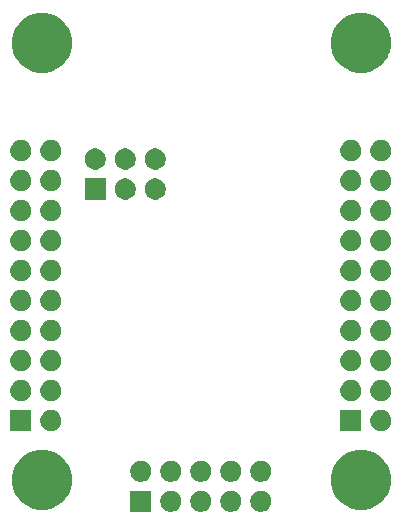
<source format=gbr>
G04 #@! TF.GenerationSoftware,KiCad,Pcbnew,(5.1.5)-3*
G04 #@! TF.CreationDate,2020-08-13T21:18:49+02:00*
G04 #@! TF.ProjectId,STM32 Dev.Board,53544d33-3220-4446-9576-2e426f617264,rev?*
G04 #@! TF.SameCoordinates,Original*
G04 #@! TF.FileFunction,Soldermask,Bot*
G04 #@! TF.FilePolarity,Negative*
%FSLAX46Y46*%
G04 Gerber Fmt 4.6, Leading zero omitted, Abs format (unit mm)*
G04 Created by KiCad (PCBNEW (5.1.5)-3) date 2020-08-13 21:18:49*
%MOMM*%
%LPD*%
G04 APERTURE LIST*
%ADD10C,0.100000*%
G04 APERTURE END LIST*
D10*
G36*
X152640512Y-131920527D02*
G01*
X152789812Y-131950224D01*
X152953784Y-132018144D01*
X153101354Y-132116747D01*
X153226853Y-132242246D01*
X153325456Y-132389816D01*
X153393376Y-132553788D01*
X153428000Y-132727859D01*
X153428000Y-132905341D01*
X153393376Y-133079412D01*
X153325456Y-133243384D01*
X153226853Y-133390954D01*
X153101354Y-133516453D01*
X152953784Y-133615056D01*
X152789812Y-133682976D01*
X152640512Y-133712673D01*
X152615742Y-133717600D01*
X152438258Y-133717600D01*
X152413488Y-133712673D01*
X152264188Y-133682976D01*
X152100216Y-133615056D01*
X151952646Y-133516453D01*
X151827147Y-133390954D01*
X151728544Y-133243384D01*
X151660624Y-133079412D01*
X151626000Y-132905341D01*
X151626000Y-132727859D01*
X151660624Y-132553788D01*
X151728544Y-132389816D01*
X151827147Y-132242246D01*
X151952646Y-132116747D01*
X152100216Y-132018144D01*
X152264188Y-131950224D01*
X152413488Y-131920527D01*
X152438258Y-131915600D01*
X152615742Y-131915600D01*
X152640512Y-131920527D01*
G37*
G36*
X150100512Y-131920527D02*
G01*
X150249812Y-131950224D01*
X150413784Y-132018144D01*
X150561354Y-132116747D01*
X150686853Y-132242246D01*
X150785456Y-132389816D01*
X150853376Y-132553788D01*
X150888000Y-132727859D01*
X150888000Y-132905341D01*
X150853376Y-133079412D01*
X150785456Y-133243384D01*
X150686853Y-133390954D01*
X150561354Y-133516453D01*
X150413784Y-133615056D01*
X150249812Y-133682976D01*
X150100512Y-133712673D01*
X150075742Y-133717600D01*
X149898258Y-133717600D01*
X149873488Y-133712673D01*
X149724188Y-133682976D01*
X149560216Y-133615056D01*
X149412646Y-133516453D01*
X149287147Y-133390954D01*
X149188544Y-133243384D01*
X149120624Y-133079412D01*
X149086000Y-132905341D01*
X149086000Y-132727859D01*
X149120624Y-132553788D01*
X149188544Y-132389816D01*
X149287147Y-132242246D01*
X149412646Y-132116747D01*
X149560216Y-132018144D01*
X149724188Y-131950224D01*
X149873488Y-131920527D01*
X149898258Y-131915600D01*
X150075742Y-131915600D01*
X150100512Y-131920527D01*
G37*
G36*
X143268000Y-133717600D02*
G01*
X141466000Y-133717600D01*
X141466000Y-131915600D01*
X143268000Y-131915600D01*
X143268000Y-133717600D01*
G37*
G36*
X147560512Y-131920527D02*
G01*
X147709812Y-131950224D01*
X147873784Y-132018144D01*
X148021354Y-132116747D01*
X148146853Y-132242246D01*
X148245456Y-132389816D01*
X148313376Y-132553788D01*
X148348000Y-132727859D01*
X148348000Y-132905341D01*
X148313376Y-133079412D01*
X148245456Y-133243384D01*
X148146853Y-133390954D01*
X148021354Y-133516453D01*
X147873784Y-133615056D01*
X147709812Y-133682976D01*
X147560512Y-133712673D01*
X147535742Y-133717600D01*
X147358258Y-133717600D01*
X147333488Y-133712673D01*
X147184188Y-133682976D01*
X147020216Y-133615056D01*
X146872646Y-133516453D01*
X146747147Y-133390954D01*
X146648544Y-133243384D01*
X146580624Y-133079412D01*
X146546000Y-132905341D01*
X146546000Y-132727859D01*
X146580624Y-132553788D01*
X146648544Y-132389816D01*
X146747147Y-132242246D01*
X146872646Y-132116747D01*
X147020216Y-132018144D01*
X147184188Y-131950224D01*
X147333488Y-131920527D01*
X147358258Y-131915600D01*
X147535742Y-131915600D01*
X147560512Y-131920527D01*
G37*
G36*
X145020512Y-131920527D02*
G01*
X145169812Y-131950224D01*
X145333784Y-132018144D01*
X145481354Y-132116747D01*
X145606853Y-132242246D01*
X145705456Y-132389816D01*
X145773376Y-132553788D01*
X145808000Y-132727859D01*
X145808000Y-132905341D01*
X145773376Y-133079412D01*
X145705456Y-133243384D01*
X145606853Y-133390954D01*
X145481354Y-133516453D01*
X145333784Y-133615056D01*
X145169812Y-133682976D01*
X145020512Y-133712673D01*
X144995742Y-133717600D01*
X144818258Y-133717600D01*
X144793488Y-133712673D01*
X144644188Y-133682976D01*
X144480216Y-133615056D01*
X144332646Y-133516453D01*
X144207147Y-133390954D01*
X144108544Y-133243384D01*
X144040624Y-133079412D01*
X144006000Y-132905341D01*
X144006000Y-132727859D01*
X144040624Y-132553788D01*
X144108544Y-132389816D01*
X144207147Y-132242246D01*
X144332646Y-132116747D01*
X144480216Y-132018144D01*
X144644188Y-131950224D01*
X144793488Y-131920527D01*
X144818258Y-131915600D01*
X144995742Y-131915600D01*
X145020512Y-131920527D01*
G37*
G36*
X134744098Y-128547033D02*
G01*
X135208350Y-128739332D01*
X135208352Y-128739333D01*
X135626168Y-129018509D01*
X135981491Y-129373832D01*
X136117075Y-129576748D01*
X136260668Y-129791650D01*
X136452967Y-130255902D01*
X136551000Y-130748747D01*
X136551000Y-131251253D01*
X136452967Y-131744098D01*
X136266499Y-132194273D01*
X136260667Y-132208352D01*
X135981491Y-132626168D01*
X135626168Y-132981491D01*
X135208352Y-133260667D01*
X135208351Y-133260668D01*
X135208350Y-133260668D01*
X134744098Y-133452967D01*
X134251253Y-133551000D01*
X133748747Y-133551000D01*
X133255902Y-133452967D01*
X132791650Y-133260668D01*
X132791649Y-133260668D01*
X132791648Y-133260667D01*
X132373832Y-132981491D01*
X132018509Y-132626168D01*
X131739333Y-132208352D01*
X131733501Y-132194273D01*
X131547033Y-131744098D01*
X131449000Y-131251253D01*
X131449000Y-130748747D01*
X131547033Y-130255902D01*
X131739332Y-129791650D01*
X131882925Y-129576748D01*
X132018509Y-129373832D01*
X132373832Y-129018509D01*
X132791648Y-128739333D01*
X132791650Y-128739332D01*
X133255902Y-128547033D01*
X133748747Y-128449000D01*
X134251253Y-128449000D01*
X134744098Y-128547033D01*
G37*
G36*
X161744098Y-128547033D02*
G01*
X162208350Y-128739332D01*
X162208352Y-128739333D01*
X162626168Y-129018509D01*
X162981491Y-129373832D01*
X163117075Y-129576748D01*
X163260668Y-129791650D01*
X163452967Y-130255902D01*
X163551000Y-130748747D01*
X163551000Y-131251253D01*
X163452967Y-131744098D01*
X163266499Y-132194273D01*
X163260667Y-132208352D01*
X162981491Y-132626168D01*
X162626168Y-132981491D01*
X162208352Y-133260667D01*
X162208351Y-133260668D01*
X162208350Y-133260668D01*
X161744098Y-133452967D01*
X161251253Y-133551000D01*
X160748747Y-133551000D01*
X160255902Y-133452967D01*
X159791650Y-133260668D01*
X159791649Y-133260668D01*
X159791648Y-133260667D01*
X159373832Y-132981491D01*
X159018509Y-132626168D01*
X158739333Y-132208352D01*
X158733501Y-132194273D01*
X158547033Y-131744098D01*
X158449000Y-131251253D01*
X158449000Y-130748747D01*
X158547033Y-130255902D01*
X158739332Y-129791650D01*
X158882925Y-129576748D01*
X159018509Y-129373832D01*
X159373832Y-129018509D01*
X159791648Y-128739333D01*
X159791650Y-128739332D01*
X160255902Y-128547033D01*
X160748747Y-128449000D01*
X161251253Y-128449000D01*
X161744098Y-128547033D01*
G37*
G36*
X150100512Y-129380527D02*
G01*
X150249812Y-129410224D01*
X150413784Y-129478144D01*
X150561354Y-129576747D01*
X150686853Y-129702246D01*
X150785456Y-129849816D01*
X150853376Y-130013788D01*
X150888000Y-130187859D01*
X150888000Y-130365341D01*
X150853376Y-130539412D01*
X150785456Y-130703384D01*
X150686853Y-130850954D01*
X150561354Y-130976453D01*
X150413784Y-131075056D01*
X150249812Y-131142976D01*
X150100512Y-131172673D01*
X150075742Y-131177600D01*
X149898258Y-131177600D01*
X149873488Y-131172673D01*
X149724188Y-131142976D01*
X149560216Y-131075056D01*
X149412646Y-130976453D01*
X149287147Y-130850954D01*
X149188544Y-130703384D01*
X149120624Y-130539412D01*
X149086000Y-130365341D01*
X149086000Y-130187859D01*
X149120624Y-130013788D01*
X149188544Y-129849816D01*
X149287147Y-129702246D01*
X149412646Y-129576747D01*
X149560216Y-129478144D01*
X149724188Y-129410224D01*
X149873488Y-129380527D01*
X149898258Y-129375600D01*
X150075742Y-129375600D01*
X150100512Y-129380527D01*
G37*
G36*
X147560512Y-129380527D02*
G01*
X147709812Y-129410224D01*
X147873784Y-129478144D01*
X148021354Y-129576747D01*
X148146853Y-129702246D01*
X148245456Y-129849816D01*
X148313376Y-130013788D01*
X148348000Y-130187859D01*
X148348000Y-130365341D01*
X148313376Y-130539412D01*
X148245456Y-130703384D01*
X148146853Y-130850954D01*
X148021354Y-130976453D01*
X147873784Y-131075056D01*
X147709812Y-131142976D01*
X147560512Y-131172673D01*
X147535742Y-131177600D01*
X147358258Y-131177600D01*
X147333488Y-131172673D01*
X147184188Y-131142976D01*
X147020216Y-131075056D01*
X146872646Y-130976453D01*
X146747147Y-130850954D01*
X146648544Y-130703384D01*
X146580624Y-130539412D01*
X146546000Y-130365341D01*
X146546000Y-130187859D01*
X146580624Y-130013788D01*
X146648544Y-129849816D01*
X146747147Y-129702246D01*
X146872646Y-129576747D01*
X147020216Y-129478144D01*
X147184188Y-129410224D01*
X147333488Y-129380527D01*
X147358258Y-129375600D01*
X147535742Y-129375600D01*
X147560512Y-129380527D01*
G37*
G36*
X142480512Y-129380527D02*
G01*
X142629812Y-129410224D01*
X142793784Y-129478144D01*
X142941354Y-129576747D01*
X143066853Y-129702246D01*
X143165456Y-129849816D01*
X143233376Y-130013788D01*
X143268000Y-130187859D01*
X143268000Y-130365341D01*
X143233376Y-130539412D01*
X143165456Y-130703384D01*
X143066853Y-130850954D01*
X142941354Y-130976453D01*
X142793784Y-131075056D01*
X142629812Y-131142976D01*
X142480512Y-131172673D01*
X142455742Y-131177600D01*
X142278258Y-131177600D01*
X142253488Y-131172673D01*
X142104188Y-131142976D01*
X141940216Y-131075056D01*
X141792646Y-130976453D01*
X141667147Y-130850954D01*
X141568544Y-130703384D01*
X141500624Y-130539412D01*
X141466000Y-130365341D01*
X141466000Y-130187859D01*
X141500624Y-130013788D01*
X141568544Y-129849816D01*
X141667147Y-129702246D01*
X141792646Y-129576747D01*
X141940216Y-129478144D01*
X142104188Y-129410224D01*
X142253488Y-129380527D01*
X142278258Y-129375600D01*
X142455742Y-129375600D01*
X142480512Y-129380527D01*
G37*
G36*
X145020512Y-129380527D02*
G01*
X145169812Y-129410224D01*
X145333784Y-129478144D01*
X145481354Y-129576747D01*
X145606853Y-129702246D01*
X145705456Y-129849816D01*
X145773376Y-130013788D01*
X145808000Y-130187859D01*
X145808000Y-130365341D01*
X145773376Y-130539412D01*
X145705456Y-130703384D01*
X145606853Y-130850954D01*
X145481354Y-130976453D01*
X145333784Y-131075056D01*
X145169812Y-131142976D01*
X145020512Y-131172673D01*
X144995742Y-131177600D01*
X144818258Y-131177600D01*
X144793488Y-131172673D01*
X144644188Y-131142976D01*
X144480216Y-131075056D01*
X144332646Y-130976453D01*
X144207147Y-130850954D01*
X144108544Y-130703384D01*
X144040624Y-130539412D01*
X144006000Y-130365341D01*
X144006000Y-130187859D01*
X144040624Y-130013788D01*
X144108544Y-129849816D01*
X144207147Y-129702246D01*
X144332646Y-129576747D01*
X144480216Y-129478144D01*
X144644188Y-129410224D01*
X144793488Y-129380527D01*
X144818258Y-129375600D01*
X144995742Y-129375600D01*
X145020512Y-129380527D01*
G37*
G36*
X152640512Y-129380527D02*
G01*
X152789812Y-129410224D01*
X152953784Y-129478144D01*
X153101354Y-129576747D01*
X153226853Y-129702246D01*
X153325456Y-129849816D01*
X153393376Y-130013788D01*
X153428000Y-130187859D01*
X153428000Y-130365341D01*
X153393376Y-130539412D01*
X153325456Y-130703384D01*
X153226853Y-130850954D01*
X153101354Y-130976453D01*
X152953784Y-131075056D01*
X152789812Y-131142976D01*
X152640512Y-131172673D01*
X152615742Y-131177600D01*
X152438258Y-131177600D01*
X152413488Y-131172673D01*
X152264188Y-131142976D01*
X152100216Y-131075056D01*
X151952646Y-130976453D01*
X151827147Y-130850954D01*
X151728544Y-130703384D01*
X151660624Y-130539412D01*
X151626000Y-130365341D01*
X151626000Y-130187859D01*
X151660624Y-130013788D01*
X151728544Y-129849816D01*
X151827147Y-129702246D01*
X151952646Y-129576747D01*
X152100216Y-129478144D01*
X152264188Y-129410224D01*
X152413488Y-129380527D01*
X152438258Y-129375600D01*
X152615742Y-129375600D01*
X152640512Y-129380527D01*
G37*
G36*
X162800512Y-125087927D02*
G01*
X162949812Y-125117624D01*
X163113784Y-125185544D01*
X163261354Y-125284147D01*
X163386853Y-125409646D01*
X163485456Y-125557216D01*
X163553376Y-125721188D01*
X163588000Y-125895259D01*
X163588000Y-126072741D01*
X163553376Y-126246812D01*
X163485456Y-126410784D01*
X163386853Y-126558354D01*
X163261354Y-126683853D01*
X163113784Y-126782456D01*
X162949812Y-126850376D01*
X162800512Y-126880073D01*
X162775742Y-126885000D01*
X162598258Y-126885000D01*
X162573488Y-126880073D01*
X162424188Y-126850376D01*
X162260216Y-126782456D01*
X162112646Y-126683853D01*
X161987147Y-126558354D01*
X161888544Y-126410784D01*
X161820624Y-126246812D01*
X161786000Y-126072741D01*
X161786000Y-125895259D01*
X161820624Y-125721188D01*
X161888544Y-125557216D01*
X161987147Y-125409646D01*
X162112646Y-125284147D01*
X162260216Y-125185544D01*
X162424188Y-125117624D01*
X162573488Y-125087927D01*
X162598258Y-125083000D01*
X162775742Y-125083000D01*
X162800512Y-125087927D01*
G37*
G36*
X134860512Y-125087927D02*
G01*
X135009812Y-125117624D01*
X135173784Y-125185544D01*
X135321354Y-125284147D01*
X135446853Y-125409646D01*
X135545456Y-125557216D01*
X135613376Y-125721188D01*
X135648000Y-125895259D01*
X135648000Y-126072741D01*
X135613376Y-126246812D01*
X135545456Y-126410784D01*
X135446853Y-126558354D01*
X135321354Y-126683853D01*
X135173784Y-126782456D01*
X135009812Y-126850376D01*
X134860512Y-126880073D01*
X134835742Y-126885000D01*
X134658258Y-126885000D01*
X134633488Y-126880073D01*
X134484188Y-126850376D01*
X134320216Y-126782456D01*
X134172646Y-126683853D01*
X134047147Y-126558354D01*
X133948544Y-126410784D01*
X133880624Y-126246812D01*
X133846000Y-126072741D01*
X133846000Y-125895259D01*
X133880624Y-125721188D01*
X133948544Y-125557216D01*
X134047147Y-125409646D01*
X134172646Y-125284147D01*
X134320216Y-125185544D01*
X134484188Y-125117624D01*
X134633488Y-125087927D01*
X134658258Y-125083000D01*
X134835742Y-125083000D01*
X134860512Y-125087927D01*
G37*
G36*
X133108000Y-126885000D02*
G01*
X131306000Y-126885000D01*
X131306000Y-125083000D01*
X133108000Y-125083000D01*
X133108000Y-126885000D01*
G37*
G36*
X161048000Y-126885000D02*
G01*
X159246000Y-126885000D01*
X159246000Y-125083000D01*
X161048000Y-125083000D01*
X161048000Y-126885000D01*
G37*
G36*
X132320512Y-122547927D02*
G01*
X132469812Y-122577624D01*
X132633784Y-122645544D01*
X132781354Y-122744147D01*
X132906853Y-122869646D01*
X133005456Y-123017216D01*
X133073376Y-123181188D01*
X133108000Y-123355259D01*
X133108000Y-123532741D01*
X133073376Y-123706812D01*
X133005456Y-123870784D01*
X132906853Y-124018354D01*
X132781354Y-124143853D01*
X132633784Y-124242456D01*
X132469812Y-124310376D01*
X132320512Y-124340073D01*
X132295742Y-124345000D01*
X132118258Y-124345000D01*
X132093488Y-124340073D01*
X131944188Y-124310376D01*
X131780216Y-124242456D01*
X131632646Y-124143853D01*
X131507147Y-124018354D01*
X131408544Y-123870784D01*
X131340624Y-123706812D01*
X131306000Y-123532741D01*
X131306000Y-123355259D01*
X131340624Y-123181188D01*
X131408544Y-123017216D01*
X131507147Y-122869646D01*
X131632646Y-122744147D01*
X131780216Y-122645544D01*
X131944188Y-122577624D01*
X132093488Y-122547927D01*
X132118258Y-122543000D01*
X132295742Y-122543000D01*
X132320512Y-122547927D01*
G37*
G36*
X162800512Y-122547927D02*
G01*
X162949812Y-122577624D01*
X163113784Y-122645544D01*
X163261354Y-122744147D01*
X163386853Y-122869646D01*
X163485456Y-123017216D01*
X163553376Y-123181188D01*
X163588000Y-123355259D01*
X163588000Y-123532741D01*
X163553376Y-123706812D01*
X163485456Y-123870784D01*
X163386853Y-124018354D01*
X163261354Y-124143853D01*
X163113784Y-124242456D01*
X162949812Y-124310376D01*
X162800512Y-124340073D01*
X162775742Y-124345000D01*
X162598258Y-124345000D01*
X162573488Y-124340073D01*
X162424188Y-124310376D01*
X162260216Y-124242456D01*
X162112646Y-124143853D01*
X161987147Y-124018354D01*
X161888544Y-123870784D01*
X161820624Y-123706812D01*
X161786000Y-123532741D01*
X161786000Y-123355259D01*
X161820624Y-123181188D01*
X161888544Y-123017216D01*
X161987147Y-122869646D01*
X162112646Y-122744147D01*
X162260216Y-122645544D01*
X162424188Y-122577624D01*
X162573488Y-122547927D01*
X162598258Y-122543000D01*
X162775742Y-122543000D01*
X162800512Y-122547927D01*
G37*
G36*
X160260512Y-122547927D02*
G01*
X160409812Y-122577624D01*
X160573784Y-122645544D01*
X160721354Y-122744147D01*
X160846853Y-122869646D01*
X160945456Y-123017216D01*
X161013376Y-123181188D01*
X161048000Y-123355259D01*
X161048000Y-123532741D01*
X161013376Y-123706812D01*
X160945456Y-123870784D01*
X160846853Y-124018354D01*
X160721354Y-124143853D01*
X160573784Y-124242456D01*
X160409812Y-124310376D01*
X160260512Y-124340073D01*
X160235742Y-124345000D01*
X160058258Y-124345000D01*
X160033488Y-124340073D01*
X159884188Y-124310376D01*
X159720216Y-124242456D01*
X159572646Y-124143853D01*
X159447147Y-124018354D01*
X159348544Y-123870784D01*
X159280624Y-123706812D01*
X159246000Y-123532741D01*
X159246000Y-123355259D01*
X159280624Y-123181188D01*
X159348544Y-123017216D01*
X159447147Y-122869646D01*
X159572646Y-122744147D01*
X159720216Y-122645544D01*
X159884188Y-122577624D01*
X160033488Y-122547927D01*
X160058258Y-122543000D01*
X160235742Y-122543000D01*
X160260512Y-122547927D01*
G37*
G36*
X134860512Y-122547927D02*
G01*
X135009812Y-122577624D01*
X135173784Y-122645544D01*
X135321354Y-122744147D01*
X135446853Y-122869646D01*
X135545456Y-123017216D01*
X135613376Y-123181188D01*
X135648000Y-123355259D01*
X135648000Y-123532741D01*
X135613376Y-123706812D01*
X135545456Y-123870784D01*
X135446853Y-124018354D01*
X135321354Y-124143853D01*
X135173784Y-124242456D01*
X135009812Y-124310376D01*
X134860512Y-124340073D01*
X134835742Y-124345000D01*
X134658258Y-124345000D01*
X134633488Y-124340073D01*
X134484188Y-124310376D01*
X134320216Y-124242456D01*
X134172646Y-124143853D01*
X134047147Y-124018354D01*
X133948544Y-123870784D01*
X133880624Y-123706812D01*
X133846000Y-123532741D01*
X133846000Y-123355259D01*
X133880624Y-123181188D01*
X133948544Y-123017216D01*
X134047147Y-122869646D01*
X134172646Y-122744147D01*
X134320216Y-122645544D01*
X134484188Y-122577624D01*
X134633488Y-122547927D01*
X134658258Y-122543000D01*
X134835742Y-122543000D01*
X134860512Y-122547927D01*
G37*
G36*
X162800512Y-120007927D02*
G01*
X162949812Y-120037624D01*
X163113784Y-120105544D01*
X163261354Y-120204147D01*
X163386853Y-120329646D01*
X163485456Y-120477216D01*
X163553376Y-120641188D01*
X163588000Y-120815259D01*
X163588000Y-120992741D01*
X163553376Y-121166812D01*
X163485456Y-121330784D01*
X163386853Y-121478354D01*
X163261354Y-121603853D01*
X163113784Y-121702456D01*
X162949812Y-121770376D01*
X162800512Y-121800073D01*
X162775742Y-121805000D01*
X162598258Y-121805000D01*
X162573488Y-121800073D01*
X162424188Y-121770376D01*
X162260216Y-121702456D01*
X162112646Y-121603853D01*
X161987147Y-121478354D01*
X161888544Y-121330784D01*
X161820624Y-121166812D01*
X161786000Y-120992741D01*
X161786000Y-120815259D01*
X161820624Y-120641188D01*
X161888544Y-120477216D01*
X161987147Y-120329646D01*
X162112646Y-120204147D01*
X162260216Y-120105544D01*
X162424188Y-120037624D01*
X162573488Y-120007927D01*
X162598258Y-120003000D01*
X162775742Y-120003000D01*
X162800512Y-120007927D01*
G37*
G36*
X160260512Y-120007927D02*
G01*
X160409812Y-120037624D01*
X160573784Y-120105544D01*
X160721354Y-120204147D01*
X160846853Y-120329646D01*
X160945456Y-120477216D01*
X161013376Y-120641188D01*
X161048000Y-120815259D01*
X161048000Y-120992741D01*
X161013376Y-121166812D01*
X160945456Y-121330784D01*
X160846853Y-121478354D01*
X160721354Y-121603853D01*
X160573784Y-121702456D01*
X160409812Y-121770376D01*
X160260512Y-121800073D01*
X160235742Y-121805000D01*
X160058258Y-121805000D01*
X160033488Y-121800073D01*
X159884188Y-121770376D01*
X159720216Y-121702456D01*
X159572646Y-121603853D01*
X159447147Y-121478354D01*
X159348544Y-121330784D01*
X159280624Y-121166812D01*
X159246000Y-120992741D01*
X159246000Y-120815259D01*
X159280624Y-120641188D01*
X159348544Y-120477216D01*
X159447147Y-120329646D01*
X159572646Y-120204147D01*
X159720216Y-120105544D01*
X159884188Y-120037624D01*
X160033488Y-120007927D01*
X160058258Y-120003000D01*
X160235742Y-120003000D01*
X160260512Y-120007927D01*
G37*
G36*
X132320512Y-120007927D02*
G01*
X132469812Y-120037624D01*
X132633784Y-120105544D01*
X132781354Y-120204147D01*
X132906853Y-120329646D01*
X133005456Y-120477216D01*
X133073376Y-120641188D01*
X133108000Y-120815259D01*
X133108000Y-120992741D01*
X133073376Y-121166812D01*
X133005456Y-121330784D01*
X132906853Y-121478354D01*
X132781354Y-121603853D01*
X132633784Y-121702456D01*
X132469812Y-121770376D01*
X132320512Y-121800073D01*
X132295742Y-121805000D01*
X132118258Y-121805000D01*
X132093488Y-121800073D01*
X131944188Y-121770376D01*
X131780216Y-121702456D01*
X131632646Y-121603853D01*
X131507147Y-121478354D01*
X131408544Y-121330784D01*
X131340624Y-121166812D01*
X131306000Y-120992741D01*
X131306000Y-120815259D01*
X131340624Y-120641188D01*
X131408544Y-120477216D01*
X131507147Y-120329646D01*
X131632646Y-120204147D01*
X131780216Y-120105544D01*
X131944188Y-120037624D01*
X132093488Y-120007927D01*
X132118258Y-120003000D01*
X132295742Y-120003000D01*
X132320512Y-120007927D01*
G37*
G36*
X134860512Y-120007927D02*
G01*
X135009812Y-120037624D01*
X135173784Y-120105544D01*
X135321354Y-120204147D01*
X135446853Y-120329646D01*
X135545456Y-120477216D01*
X135613376Y-120641188D01*
X135648000Y-120815259D01*
X135648000Y-120992741D01*
X135613376Y-121166812D01*
X135545456Y-121330784D01*
X135446853Y-121478354D01*
X135321354Y-121603853D01*
X135173784Y-121702456D01*
X135009812Y-121770376D01*
X134860512Y-121800073D01*
X134835742Y-121805000D01*
X134658258Y-121805000D01*
X134633488Y-121800073D01*
X134484188Y-121770376D01*
X134320216Y-121702456D01*
X134172646Y-121603853D01*
X134047147Y-121478354D01*
X133948544Y-121330784D01*
X133880624Y-121166812D01*
X133846000Y-120992741D01*
X133846000Y-120815259D01*
X133880624Y-120641188D01*
X133948544Y-120477216D01*
X134047147Y-120329646D01*
X134172646Y-120204147D01*
X134320216Y-120105544D01*
X134484188Y-120037624D01*
X134633488Y-120007927D01*
X134658258Y-120003000D01*
X134835742Y-120003000D01*
X134860512Y-120007927D01*
G37*
G36*
X132320512Y-117467927D02*
G01*
X132469812Y-117497624D01*
X132633784Y-117565544D01*
X132781354Y-117664147D01*
X132906853Y-117789646D01*
X133005456Y-117937216D01*
X133073376Y-118101188D01*
X133108000Y-118275259D01*
X133108000Y-118452741D01*
X133073376Y-118626812D01*
X133005456Y-118790784D01*
X132906853Y-118938354D01*
X132781354Y-119063853D01*
X132633784Y-119162456D01*
X132469812Y-119230376D01*
X132320512Y-119260073D01*
X132295742Y-119265000D01*
X132118258Y-119265000D01*
X132093488Y-119260073D01*
X131944188Y-119230376D01*
X131780216Y-119162456D01*
X131632646Y-119063853D01*
X131507147Y-118938354D01*
X131408544Y-118790784D01*
X131340624Y-118626812D01*
X131306000Y-118452741D01*
X131306000Y-118275259D01*
X131340624Y-118101188D01*
X131408544Y-117937216D01*
X131507147Y-117789646D01*
X131632646Y-117664147D01*
X131780216Y-117565544D01*
X131944188Y-117497624D01*
X132093488Y-117467927D01*
X132118258Y-117463000D01*
X132295742Y-117463000D01*
X132320512Y-117467927D01*
G37*
G36*
X134860512Y-117467927D02*
G01*
X135009812Y-117497624D01*
X135173784Y-117565544D01*
X135321354Y-117664147D01*
X135446853Y-117789646D01*
X135545456Y-117937216D01*
X135613376Y-118101188D01*
X135648000Y-118275259D01*
X135648000Y-118452741D01*
X135613376Y-118626812D01*
X135545456Y-118790784D01*
X135446853Y-118938354D01*
X135321354Y-119063853D01*
X135173784Y-119162456D01*
X135009812Y-119230376D01*
X134860512Y-119260073D01*
X134835742Y-119265000D01*
X134658258Y-119265000D01*
X134633488Y-119260073D01*
X134484188Y-119230376D01*
X134320216Y-119162456D01*
X134172646Y-119063853D01*
X134047147Y-118938354D01*
X133948544Y-118790784D01*
X133880624Y-118626812D01*
X133846000Y-118452741D01*
X133846000Y-118275259D01*
X133880624Y-118101188D01*
X133948544Y-117937216D01*
X134047147Y-117789646D01*
X134172646Y-117664147D01*
X134320216Y-117565544D01*
X134484188Y-117497624D01*
X134633488Y-117467927D01*
X134658258Y-117463000D01*
X134835742Y-117463000D01*
X134860512Y-117467927D01*
G37*
G36*
X160260512Y-117467927D02*
G01*
X160409812Y-117497624D01*
X160573784Y-117565544D01*
X160721354Y-117664147D01*
X160846853Y-117789646D01*
X160945456Y-117937216D01*
X161013376Y-118101188D01*
X161048000Y-118275259D01*
X161048000Y-118452741D01*
X161013376Y-118626812D01*
X160945456Y-118790784D01*
X160846853Y-118938354D01*
X160721354Y-119063853D01*
X160573784Y-119162456D01*
X160409812Y-119230376D01*
X160260512Y-119260073D01*
X160235742Y-119265000D01*
X160058258Y-119265000D01*
X160033488Y-119260073D01*
X159884188Y-119230376D01*
X159720216Y-119162456D01*
X159572646Y-119063853D01*
X159447147Y-118938354D01*
X159348544Y-118790784D01*
X159280624Y-118626812D01*
X159246000Y-118452741D01*
X159246000Y-118275259D01*
X159280624Y-118101188D01*
X159348544Y-117937216D01*
X159447147Y-117789646D01*
X159572646Y-117664147D01*
X159720216Y-117565544D01*
X159884188Y-117497624D01*
X160033488Y-117467927D01*
X160058258Y-117463000D01*
X160235742Y-117463000D01*
X160260512Y-117467927D01*
G37*
G36*
X162800512Y-117467927D02*
G01*
X162949812Y-117497624D01*
X163113784Y-117565544D01*
X163261354Y-117664147D01*
X163386853Y-117789646D01*
X163485456Y-117937216D01*
X163553376Y-118101188D01*
X163588000Y-118275259D01*
X163588000Y-118452741D01*
X163553376Y-118626812D01*
X163485456Y-118790784D01*
X163386853Y-118938354D01*
X163261354Y-119063853D01*
X163113784Y-119162456D01*
X162949812Y-119230376D01*
X162800512Y-119260073D01*
X162775742Y-119265000D01*
X162598258Y-119265000D01*
X162573488Y-119260073D01*
X162424188Y-119230376D01*
X162260216Y-119162456D01*
X162112646Y-119063853D01*
X161987147Y-118938354D01*
X161888544Y-118790784D01*
X161820624Y-118626812D01*
X161786000Y-118452741D01*
X161786000Y-118275259D01*
X161820624Y-118101188D01*
X161888544Y-117937216D01*
X161987147Y-117789646D01*
X162112646Y-117664147D01*
X162260216Y-117565544D01*
X162424188Y-117497624D01*
X162573488Y-117467927D01*
X162598258Y-117463000D01*
X162775742Y-117463000D01*
X162800512Y-117467927D01*
G37*
G36*
X160260512Y-114927927D02*
G01*
X160409812Y-114957624D01*
X160573784Y-115025544D01*
X160721354Y-115124147D01*
X160846853Y-115249646D01*
X160945456Y-115397216D01*
X161013376Y-115561188D01*
X161048000Y-115735259D01*
X161048000Y-115912741D01*
X161013376Y-116086812D01*
X160945456Y-116250784D01*
X160846853Y-116398354D01*
X160721354Y-116523853D01*
X160573784Y-116622456D01*
X160409812Y-116690376D01*
X160260512Y-116720073D01*
X160235742Y-116725000D01*
X160058258Y-116725000D01*
X160033488Y-116720073D01*
X159884188Y-116690376D01*
X159720216Y-116622456D01*
X159572646Y-116523853D01*
X159447147Y-116398354D01*
X159348544Y-116250784D01*
X159280624Y-116086812D01*
X159246000Y-115912741D01*
X159246000Y-115735259D01*
X159280624Y-115561188D01*
X159348544Y-115397216D01*
X159447147Y-115249646D01*
X159572646Y-115124147D01*
X159720216Y-115025544D01*
X159884188Y-114957624D01*
X160033488Y-114927927D01*
X160058258Y-114923000D01*
X160235742Y-114923000D01*
X160260512Y-114927927D01*
G37*
G36*
X162800512Y-114927927D02*
G01*
X162949812Y-114957624D01*
X163113784Y-115025544D01*
X163261354Y-115124147D01*
X163386853Y-115249646D01*
X163485456Y-115397216D01*
X163553376Y-115561188D01*
X163588000Y-115735259D01*
X163588000Y-115912741D01*
X163553376Y-116086812D01*
X163485456Y-116250784D01*
X163386853Y-116398354D01*
X163261354Y-116523853D01*
X163113784Y-116622456D01*
X162949812Y-116690376D01*
X162800512Y-116720073D01*
X162775742Y-116725000D01*
X162598258Y-116725000D01*
X162573488Y-116720073D01*
X162424188Y-116690376D01*
X162260216Y-116622456D01*
X162112646Y-116523853D01*
X161987147Y-116398354D01*
X161888544Y-116250784D01*
X161820624Y-116086812D01*
X161786000Y-115912741D01*
X161786000Y-115735259D01*
X161820624Y-115561188D01*
X161888544Y-115397216D01*
X161987147Y-115249646D01*
X162112646Y-115124147D01*
X162260216Y-115025544D01*
X162424188Y-114957624D01*
X162573488Y-114927927D01*
X162598258Y-114923000D01*
X162775742Y-114923000D01*
X162800512Y-114927927D01*
G37*
G36*
X132320512Y-114927927D02*
G01*
X132469812Y-114957624D01*
X132633784Y-115025544D01*
X132781354Y-115124147D01*
X132906853Y-115249646D01*
X133005456Y-115397216D01*
X133073376Y-115561188D01*
X133108000Y-115735259D01*
X133108000Y-115912741D01*
X133073376Y-116086812D01*
X133005456Y-116250784D01*
X132906853Y-116398354D01*
X132781354Y-116523853D01*
X132633784Y-116622456D01*
X132469812Y-116690376D01*
X132320512Y-116720073D01*
X132295742Y-116725000D01*
X132118258Y-116725000D01*
X132093488Y-116720073D01*
X131944188Y-116690376D01*
X131780216Y-116622456D01*
X131632646Y-116523853D01*
X131507147Y-116398354D01*
X131408544Y-116250784D01*
X131340624Y-116086812D01*
X131306000Y-115912741D01*
X131306000Y-115735259D01*
X131340624Y-115561188D01*
X131408544Y-115397216D01*
X131507147Y-115249646D01*
X131632646Y-115124147D01*
X131780216Y-115025544D01*
X131944188Y-114957624D01*
X132093488Y-114927927D01*
X132118258Y-114923000D01*
X132295742Y-114923000D01*
X132320512Y-114927927D01*
G37*
G36*
X134860512Y-114927927D02*
G01*
X135009812Y-114957624D01*
X135173784Y-115025544D01*
X135321354Y-115124147D01*
X135446853Y-115249646D01*
X135545456Y-115397216D01*
X135613376Y-115561188D01*
X135648000Y-115735259D01*
X135648000Y-115912741D01*
X135613376Y-116086812D01*
X135545456Y-116250784D01*
X135446853Y-116398354D01*
X135321354Y-116523853D01*
X135173784Y-116622456D01*
X135009812Y-116690376D01*
X134860512Y-116720073D01*
X134835742Y-116725000D01*
X134658258Y-116725000D01*
X134633488Y-116720073D01*
X134484188Y-116690376D01*
X134320216Y-116622456D01*
X134172646Y-116523853D01*
X134047147Y-116398354D01*
X133948544Y-116250784D01*
X133880624Y-116086812D01*
X133846000Y-115912741D01*
X133846000Y-115735259D01*
X133880624Y-115561188D01*
X133948544Y-115397216D01*
X134047147Y-115249646D01*
X134172646Y-115124147D01*
X134320216Y-115025544D01*
X134484188Y-114957624D01*
X134633488Y-114927927D01*
X134658258Y-114923000D01*
X134835742Y-114923000D01*
X134860512Y-114927927D01*
G37*
G36*
X160260512Y-112387927D02*
G01*
X160409812Y-112417624D01*
X160573784Y-112485544D01*
X160721354Y-112584147D01*
X160846853Y-112709646D01*
X160945456Y-112857216D01*
X161013376Y-113021188D01*
X161048000Y-113195259D01*
X161048000Y-113372741D01*
X161013376Y-113546812D01*
X160945456Y-113710784D01*
X160846853Y-113858354D01*
X160721354Y-113983853D01*
X160573784Y-114082456D01*
X160409812Y-114150376D01*
X160260512Y-114180073D01*
X160235742Y-114185000D01*
X160058258Y-114185000D01*
X160033488Y-114180073D01*
X159884188Y-114150376D01*
X159720216Y-114082456D01*
X159572646Y-113983853D01*
X159447147Y-113858354D01*
X159348544Y-113710784D01*
X159280624Y-113546812D01*
X159246000Y-113372741D01*
X159246000Y-113195259D01*
X159280624Y-113021188D01*
X159348544Y-112857216D01*
X159447147Y-112709646D01*
X159572646Y-112584147D01*
X159720216Y-112485544D01*
X159884188Y-112417624D01*
X160033488Y-112387927D01*
X160058258Y-112383000D01*
X160235742Y-112383000D01*
X160260512Y-112387927D01*
G37*
G36*
X132320512Y-112387927D02*
G01*
X132469812Y-112417624D01*
X132633784Y-112485544D01*
X132781354Y-112584147D01*
X132906853Y-112709646D01*
X133005456Y-112857216D01*
X133073376Y-113021188D01*
X133108000Y-113195259D01*
X133108000Y-113372741D01*
X133073376Y-113546812D01*
X133005456Y-113710784D01*
X132906853Y-113858354D01*
X132781354Y-113983853D01*
X132633784Y-114082456D01*
X132469812Y-114150376D01*
X132320512Y-114180073D01*
X132295742Y-114185000D01*
X132118258Y-114185000D01*
X132093488Y-114180073D01*
X131944188Y-114150376D01*
X131780216Y-114082456D01*
X131632646Y-113983853D01*
X131507147Y-113858354D01*
X131408544Y-113710784D01*
X131340624Y-113546812D01*
X131306000Y-113372741D01*
X131306000Y-113195259D01*
X131340624Y-113021188D01*
X131408544Y-112857216D01*
X131507147Y-112709646D01*
X131632646Y-112584147D01*
X131780216Y-112485544D01*
X131944188Y-112417624D01*
X132093488Y-112387927D01*
X132118258Y-112383000D01*
X132295742Y-112383000D01*
X132320512Y-112387927D01*
G37*
G36*
X134860512Y-112387927D02*
G01*
X135009812Y-112417624D01*
X135173784Y-112485544D01*
X135321354Y-112584147D01*
X135446853Y-112709646D01*
X135545456Y-112857216D01*
X135613376Y-113021188D01*
X135648000Y-113195259D01*
X135648000Y-113372741D01*
X135613376Y-113546812D01*
X135545456Y-113710784D01*
X135446853Y-113858354D01*
X135321354Y-113983853D01*
X135173784Y-114082456D01*
X135009812Y-114150376D01*
X134860512Y-114180073D01*
X134835742Y-114185000D01*
X134658258Y-114185000D01*
X134633488Y-114180073D01*
X134484188Y-114150376D01*
X134320216Y-114082456D01*
X134172646Y-113983853D01*
X134047147Y-113858354D01*
X133948544Y-113710784D01*
X133880624Y-113546812D01*
X133846000Y-113372741D01*
X133846000Y-113195259D01*
X133880624Y-113021188D01*
X133948544Y-112857216D01*
X134047147Y-112709646D01*
X134172646Y-112584147D01*
X134320216Y-112485544D01*
X134484188Y-112417624D01*
X134633488Y-112387927D01*
X134658258Y-112383000D01*
X134835742Y-112383000D01*
X134860512Y-112387927D01*
G37*
G36*
X162800512Y-112387927D02*
G01*
X162949812Y-112417624D01*
X163113784Y-112485544D01*
X163261354Y-112584147D01*
X163386853Y-112709646D01*
X163485456Y-112857216D01*
X163553376Y-113021188D01*
X163588000Y-113195259D01*
X163588000Y-113372741D01*
X163553376Y-113546812D01*
X163485456Y-113710784D01*
X163386853Y-113858354D01*
X163261354Y-113983853D01*
X163113784Y-114082456D01*
X162949812Y-114150376D01*
X162800512Y-114180073D01*
X162775742Y-114185000D01*
X162598258Y-114185000D01*
X162573488Y-114180073D01*
X162424188Y-114150376D01*
X162260216Y-114082456D01*
X162112646Y-113983853D01*
X161987147Y-113858354D01*
X161888544Y-113710784D01*
X161820624Y-113546812D01*
X161786000Y-113372741D01*
X161786000Y-113195259D01*
X161820624Y-113021188D01*
X161888544Y-112857216D01*
X161987147Y-112709646D01*
X162112646Y-112584147D01*
X162260216Y-112485544D01*
X162424188Y-112417624D01*
X162573488Y-112387927D01*
X162598258Y-112383000D01*
X162775742Y-112383000D01*
X162800512Y-112387927D01*
G37*
G36*
X162800512Y-109847927D02*
G01*
X162949812Y-109877624D01*
X163113784Y-109945544D01*
X163261354Y-110044147D01*
X163386853Y-110169646D01*
X163485456Y-110317216D01*
X163553376Y-110481188D01*
X163588000Y-110655259D01*
X163588000Y-110832741D01*
X163553376Y-111006812D01*
X163485456Y-111170784D01*
X163386853Y-111318354D01*
X163261354Y-111443853D01*
X163113784Y-111542456D01*
X162949812Y-111610376D01*
X162800512Y-111640073D01*
X162775742Y-111645000D01*
X162598258Y-111645000D01*
X162573488Y-111640073D01*
X162424188Y-111610376D01*
X162260216Y-111542456D01*
X162112646Y-111443853D01*
X161987147Y-111318354D01*
X161888544Y-111170784D01*
X161820624Y-111006812D01*
X161786000Y-110832741D01*
X161786000Y-110655259D01*
X161820624Y-110481188D01*
X161888544Y-110317216D01*
X161987147Y-110169646D01*
X162112646Y-110044147D01*
X162260216Y-109945544D01*
X162424188Y-109877624D01*
X162573488Y-109847927D01*
X162598258Y-109843000D01*
X162775742Y-109843000D01*
X162800512Y-109847927D01*
G37*
G36*
X132320512Y-109847927D02*
G01*
X132469812Y-109877624D01*
X132633784Y-109945544D01*
X132781354Y-110044147D01*
X132906853Y-110169646D01*
X133005456Y-110317216D01*
X133073376Y-110481188D01*
X133108000Y-110655259D01*
X133108000Y-110832741D01*
X133073376Y-111006812D01*
X133005456Y-111170784D01*
X132906853Y-111318354D01*
X132781354Y-111443853D01*
X132633784Y-111542456D01*
X132469812Y-111610376D01*
X132320512Y-111640073D01*
X132295742Y-111645000D01*
X132118258Y-111645000D01*
X132093488Y-111640073D01*
X131944188Y-111610376D01*
X131780216Y-111542456D01*
X131632646Y-111443853D01*
X131507147Y-111318354D01*
X131408544Y-111170784D01*
X131340624Y-111006812D01*
X131306000Y-110832741D01*
X131306000Y-110655259D01*
X131340624Y-110481188D01*
X131408544Y-110317216D01*
X131507147Y-110169646D01*
X131632646Y-110044147D01*
X131780216Y-109945544D01*
X131944188Y-109877624D01*
X132093488Y-109847927D01*
X132118258Y-109843000D01*
X132295742Y-109843000D01*
X132320512Y-109847927D01*
G37*
G36*
X160260512Y-109847927D02*
G01*
X160409812Y-109877624D01*
X160573784Y-109945544D01*
X160721354Y-110044147D01*
X160846853Y-110169646D01*
X160945456Y-110317216D01*
X161013376Y-110481188D01*
X161048000Y-110655259D01*
X161048000Y-110832741D01*
X161013376Y-111006812D01*
X160945456Y-111170784D01*
X160846853Y-111318354D01*
X160721354Y-111443853D01*
X160573784Y-111542456D01*
X160409812Y-111610376D01*
X160260512Y-111640073D01*
X160235742Y-111645000D01*
X160058258Y-111645000D01*
X160033488Y-111640073D01*
X159884188Y-111610376D01*
X159720216Y-111542456D01*
X159572646Y-111443853D01*
X159447147Y-111318354D01*
X159348544Y-111170784D01*
X159280624Y-111006812D01*
X159246000Y-110832741D01*
X159246000Y-110655259D01*
X159280624Y-110481188D01*
X159348544Y-110317216D01*
X159447147Y-110169646D01*
X159572646Y-110044147D01*
X159720216Y-109945544D01*
X159884188Y-109877624D01*
X160033488Y-109847927D01*
X160058258Y-109843000D01*
X160235742Y-109843000D01*
X160260512Y-109847927D01*
G37*
G36*
X134860512Y-109847927D02*
G01*
X135009812Y-109877624D01*
X135173784Y-109945544D01*
X135321354Y-110044147D01*
X135446853Y-110169646D01*
X135545456Y-110317216D01*
X135613376Y-110481188D01*
X135648000Y-110655259D01*
X135648000Y-110832741D01*
X135613376Y-111006812D01*
X135545456Y-111170784D01*
X135446853Y-111318354D01*
X135321354Y-111443853D01*
X135173784Y-111542456D01*
X135009812Y-111610376D01*
X134860512Y-111640073D01*
X134835742Y-111645000D01*
X134658258Y-111645000D01*
X134633488Y-111640073D01*
X134484188Y-111610376D01*
X134320216Y-111542456D01*
X134172646Y-111443853D01*
X134047147Y-111318354D01*
X133948544Y-111170784D01*
X133880624Y-111006812D01*
X133846000Y-110832741D01*
X133846000Y-110655259D01*
X133880624Y-110481188D01*
X133948544Y-110317216D01*
X134047147Y-110169646D01*
X134172646Y-110044147D01*
X134320216Y-109945544D01*
X134484188Y-109877624D01*
X134633488Y-109847927D01*
X134658258Y-109843000D01*
X134835742Y-109843000D01*
X134860512Y-109847927D01*
G37*
G36*
X160260512Y-107307927D02*
G01*
X160409812Y-107337624D01*
X160573784Y-107405544D01*
X160721354Y-107504147D01*
X160846853Y-107629646D01*
X160945456Y-107777216D01*
X161013376Y-107941188D01*
X161048000Y-108115259D01*
X161048000Y-108292741D01*
X161013376Y-108466812D01*
X160945456Y-108630784D01*
X160846853Y-108778354D01*
X160721354Y-108903853D01*
X160573784Y-109002456D01*
X160409812Y-109070376D01*
X160260512Y-109100073D01*
X160235742Y-109105000D01*
X160058258Y-109105000D01*
X160033488Y-109100073D01*
X159884188Y-109070376D01*
X159720216Y-109002456D01*
X159572646Y-108903853D01*
X159447147Y-108778354D01*
X159348544Y-108630784D01*
X159280624Y-108466812D01*
X159246000Y-108292741D01*
X159246000Y-108115259D01*
X159280624Y-107941188D01*
X159348544Y-107777216D01*
X159447147Y-107629646D01*
X159572646Y-107504147D01*
X159720216Y-107405544D01*
X159884188Y-107337624D01*
X160033488Y-107307927D01*
X160058258Y-107303000D01*
X160235742Y-107303000D01*
X160260512Y-107307927D01*
G37*
G36*
X132320512Y-107307927D02*
G01*
X132469812Y-107337624D01*
X132633784Y-107405544D01*
X132781354Y-107504147D01*
X132906853Y-107629646D01*
X133005456Y-107777216D01*
X133073376Y-107941188D01*
X133108000Y-108115259D01*
X133108000Y-108292741D01*
X133073376Y-108466812D01*
X133005456Y-108630784D01*
X132906853Y-108778354D01*
X132781354Y-108903853D01*
X132633784Y-109002456D01*
X132469812Y-109070376D01*
X132320512Y-109100073D01*
X132295742Y-109105000D01*
X132118258Y-109105000D01*
X132093488Y-109100073D01*
X131944188Y-109070376D01*
X131780216Y-109002456D01*
X131632646Y-108903853D01*
X131507147Y-108778354D01*
X131408544Y-108630784D01*
X131340624Y-108466812D01*
X131306000Y-108292741D01*
X131306000Y-108115259D01*
X131340624Y-107941188D01*
X131408544Y-107777216D01*
X131507147Y-107629646D01*
X131632646Y-107504147D01*
X131780216Y-107405544D01*
X131944188Y-107337624D01*
X132093488Y-107307927D01*
X132118258Y-107303000D01*
X132295742Y-107303000D01*
X132320512Y-107307927D01*
G37*
G36*
X134860512Y-107307927D02*
G01*
X135009812Y-107337624D01*
X135173784Y-107405544D01*
X135321354Y-107504147D01*
X135446853Y-107629646D01*
X135545456Y-107777216D01*
X135613376Y-107941188D01*
X135648000Y-108115259D01*
X135648000Y-108292741D01*
X135613376Y-108466812D01*
X135545456Y-108630784D01*
X135446853Y-108778354D01*
X135321354Y-108903853D01*
X135173784Y-109002456D01*
X135009812Y-109070376D01*
X134860512Y-109100073D01*
X134835742Y-109105000D01*
X134658258Y-109105000D01*
X134633488Y-109100073D01*
X134484188Y-109070376D01*
X134320216Y-109002456D01*
X134172646Y-108903853D01*
X134047147Y-108778354D01*
X133948544Y-108630784D01*
X133880624Y-108466812D01*
X133846000Y-108292741D01*
X133846000Y-108115259D01*
X133880624Y-107941188D01*
X133948544Y-107777216D01*
X134047147Y-107629646D01*
X134172646Y-107504147D01*
X134320216Y-107405544D01*
X134484188Y-107337624D01*
X134633488Y-107307927D01*
X134658258Y-107303000D01*
X134835742Y-107303000D01*
X134860512Y-107307927D01*
G37*
G36*
X162800512Y-107307927D02*
G01*
X162949812Y-107337624D01*
X163113784Y-107405544D01*
X163261354Y-107504147D01*
X163386853Y-107629646D01*
X163485456Y-107777216D01*
X163553376Y-107941188D01*
X163588000Y-108115259D01*
X163588000Y-108292741D01*
X163553376Y-108466812D01*
X163485456Y-108630784D01*
X163386853Y-108778354D01*
X163261354Y-108903853D01*
X163113784Y-109002456D01*
X162949812Y-109070376D01*
X162800512Y-109100073D01*
X162775742Y-109105000D01*
X162598258Y-109105000D01*
X162573488Y-109100073D01*
X162424188Y-109070376D01*
X162260216Y-109002456D01*
X162112646Y-108903853D01*
X161987147Y-108778354D01*
X161888544Y-108630784D01*
X161820624Y-108466812D01*
X161786000Y-108292741D01*
X161786000Y-108115259D01*
X161820624Y-107941188D01*
X161888544Y-107777216D01*
X161987147Y-107629646D01*
X162112646Y-107504147D01*
X162260216Y-107405544D01*
X162424188Y-107337624D01*
X162573488Y-107307927D01*
X162598258Y-107303000D01*
X162775742Y-107303000D01*
X162800512Y-107307927D01*
G37*
G36*
X143699712Y-105479127D02*
G01*
X143849012Y-105508824D01*
X144012984Y-105576744D01*
X144160554Y-105675347D01*
X144286053Y-105800846D01*
X144384656Y-105948416D01*
X144452576Y-106112388D01*
X144487200Y-106286459D01*
X144487200Y-106463941D01*
X144452576Y-106638012D01*
X144384656Y-106801984D01*
X144286053Y-106949554D01*
X144160554Y-107075053D01*
X144012984Y-107173656D01*
X143849012Y-107241576D01*
X143699712Y-107271273D01*
X143674942Y-107276200D01*
X143497458Y-107276200D01*
X143472688Y-107271273D01*
X143323388Y-107241576D01*
X143159416Y-107173656D01*
X143011846Y-107075053D01*
X142886347Y-106949554D01*
X142787744Y-106801984D01*
X142719824Y-106638012D01*
X142685200Y-106463941D01*
X142685200Y-106286459D01*
X142719824Y-106112388D01*
X142787744Y-105948416D01*
X142886347Y-105800846D01*
X143011846Y-105675347D01*
X143159416Y-105576744D01*
X143323388Y-105508824D01*
X143472688Y-105479127D01*
X143497458Y-105474200D01*
X143674942Y-105474200D01*
X143699712Y-105479127D01*
G37*
G36*
X139407200Y-107276200D02*
G01*
X137605200Y-107276200D01*
X137605200Y-105474200D01*
X139407200Y-105474200D01*
X139407200Y-107276200D01*
G37*
G36*
X141159712Y-105479127D02*
G01*
X141309012Y-105508824D01*
X141472984Y-105576744D01*
X141620554Y-105675347D01*
X141746053Y-105800846D01*
X141844656Y-105948416D01*
X141912576Y-106112388D01*
X141947200Y-106286459D01*
X141947200Y-106463941D01*
X141912576Y-106638012D01*
X141844656Y-106801984D01*
X141746053Y-106949554D01*
X141620554Y-107075053D01*
X141472984Y-107173656D01*
X141309012Y-107241576D01*
X141159712Y-107271273D01*
X141134942Y-107276200D01*
X140957458Y-107276200D01*
X140932688Y-107271273D01*
X140783388Y-107241576D01*
X140619416Y-107173656D01*
X140471846Y-107075053D01*
X140346347Y-106949554D01*
X140247744Y-106801984D01*
X140179824Y-106638012D01*
X140145200Y-106463941D01*
X140145200Y-106286459D01*
X140179824Y-106112388D01*
X140247744Y-105948416D01*
X140346347Y-105800846D01*
X140471846Y-105675347D01*
X140619416Y-105576744D01*
X140783388Y-105508824D01*
X140932688Y-105479127D01*
X140957458Y-105474200D01*
X141134942Y-105474200D01*
X141159712Y-105479127D01*
G37*
G36*
X134860512Y-104767927D02*
G01*
X135009812Y-104797624D01*
X135173784Y-104865544D01*
X135321354Y-104964147D01*
X135446853Y-105089646D01*
X135545456Y-105237216D01*
X135613376Y-105401188D01*
X135648000Y-105575259D01*
X135648000Y-105752741D01*
X135613376Y-105926812D01*
X135545456Y-106090784D01*
X135446853Y-106238354D01*
X135321354Y-106363853D01*
X135173784Y-106462456D01*
X135009812Y-106530376D01*
X134860512Y-106560073D01*
X134835742Y-106565000D01*
X134658258Y-106565000D01*
X134633488Y-106560073D01*
X134484188Y-106530376D01*
X134320216Y-106462456D01*
X134172646Y-106363853D01*
X134047147Y-106238354D01*
X133948544Y-106090784D01*
X133880624Y-105926812D01*
X133846000Y-105752741D01*
X133846000Y-105575259D01*
X133880624Y-105401188D01*
X133948544Y-105237216D01*
X134047147Y-105089646D01*
X134172646Y-104964147D01*
X134320216Y-104865544D01*
X134484188Y-104797624D01*
X134633488Y-104767927D01*
X134658258Y-104763000D01*
X134835742Y-104763000D01*
X134860512Y-104767927D01*
G37*
G36*
X162800512Y-104767927D02*
G01*
X162949812Y-104797624D01*
X163113784Y-104865544D01*
X163261354Y-104964147D01*
X163386853Y-105089646D01*
X163485456Y-105237216D01*
X163553376Y-105401188D01*
X163588000Y-105575259D01*
X163588000Y-105752741D01*
X163553376Y-105926812D01*
X163485456Y-106090784D01*
X163386853Y-106238354D01*
X163261354Y-106363853D01*
X163113784Y-106462456D01*
X162949812Y-106530376D01*
X162800512Y-106560073D01*
X162775742Y-106565000D01*
X162598258Y-106565000D01*
X162573488Y-106560073D01*
X162424188Y-106530376D01*
X162260216Y-106462456D01*
X162112646Y-106363853D01*
X161987147Y-106238354D01*
X161888544Y-106090784D01*
X161820624Y-105926812D01*
X161786000Y-105752741D01*
X161786000Y-105575259D01*
X161820624Y-105401188D01*
X161888544Y-105237216D01*
X161987147Y-105089646D01*
X162112646Y-104964147D01*
X162260216Y-104865544D01*
X162424188Y-104797624D01*
X162573488Y-104767927D01*
X162598258Y-104763000D01*
X162775742Y-104763000D01*
X162800512Y-104767927D01*
G37*
G36*
X160260512Y-104767927D02*
G01*
X160409812Y-104797624D01*
X160573784Y-104865544D01*
X160721354Y-104964147D01*
X160846853Y-105089646D01*
X160945456Y-105237216D01*
X161013376Y-105401188D01*
X161048000Y-105575259D01*
X161048000Y-105752741D01*
X161013376Y-105926812D01*
X160945456Y-106090784D01*
X160846853Y-106238354D01*
X160721354Y-106363853D01*
X160573784Y-106462456D01*
X160409812Y-106530376D01*
X160260512Y-106560073D01*
X160235742Y-106565000D01*
X160058258Y-106565000D01*
X160033488Y-106560073D01*
X159884188Y-106530376D01*
X159720216Y-106462456D01*
X159572646Y-106363853D01*
X159447147Y-106238354D01*
X159348544Y-106090784D01*
X159280624Y-105926812D01*
X159246000Y-105752741D01*
X159246000Y-105575259D01*
X159280624Y-105401188D01*
X159348544Y-105237216D01*
X159447147Y-105089646D01*
X159572646Y-104964147D01*
X159720216Y-104865544D01*
X159884188Y-104797624D01*
X160033488Y-104767927D01*
X160058258Y-104763000D01*
X160235742Y-104763000D01*
X160260512Y-104767927D01*
G37*
G36*
X132320512Y-104767927D02*
G01*
X132469812Y-104797624D01*
X132633784Y-104865544D01*
X132781354Y-104964147D01*
X132906853Y-105089646D01*
X133005456Y-105237216D01*
X133073376Y-105401188D01*
X133108000Y-105575259D01*
X133108000Y-105752741D01*
X133073376Y-105926812D01*
X133005456Y-106090784D01*
X132906853Y-106238354D01*
X132781354Y-106363853D01*
X132633784Y-106462456D01*
X132469812Y-106530376D01*
X132320512Y-106560073D01*
X132295742Y-106565000D01*
X132118258Y-106565000D01*
X132093488Y-106560073D01*
X131944188Y-106530376D01*
X131780216Y-106462456D01*
X131632646Y-106363853D01*
X131507147Y-106238354D01*
X131408544Y-106090784D01*
X131340624Y-105926812D01*
X131306000Y-105752741D01*
X131306000Y-105575259D01*
X131340624Y-105401188D01*
X131408544Y-105237216D01*
X131507147Y-105089646D01*
X131632646Y-104964147D01*
X131780216Y-104865544D01*
X131944188Y-104797624D01*
X132093488Y-104767927D01*
X132118258Y-104763000D01*
X132295742Y-104763000D01*
X132320512Y-104767927D01*
G37*
G36*
X138619712Y-102939127D02*
G01*
X138769012Y-102968824D01*
X138932984Y-103036744D01*
X139080554Y-103135347D01*
X139206053Y-103260846D01*
X139304656Y-103408416D01*
X139372576Y-103572388D01*
X139407200Y-103746459D01*
X139407200Y-103923941D01*
X139372576Y-104098012D01*
X139304656Y-104261984D01*
X139206053Y-104409554D01*
X139080554Y-104535053D01*
X138932984Y-104633656D01*
X138769012Y-104701576D01*
X138619712Y-104731273D01*
X138594942Y-104736200D01*
X138417458Y-104736200D01*
X138392688Y-104731273D01*
X138243388Y-104701576D01*
X138079416Y-104633656D01*
X137931846Y-104535053D01*
X137806347Y-104409554D01*
X137707744Y-104261984D01*
X137639824Y-104098012D01*
X137605200Y-103923941D01*
X137605200Y-103746459D01*
X137639824Y-103572388D01*
X137707744Y-103408416D01*
X137806347Y-103260846D01*
X137931846Y-103135347D01*
X138079416Y-103036744D01*
X138243388Y-102968824D01*
X138392688Y-102939127D01*
X138417458Y-102934200D01*
X138594942Y-102934200D01*
X138619712Y-102939127D01*
G37*
G36*
X141159712Y-102939127D02*
G01*
X141309012Y-102968824D01*
X141472984Y-103036744D01*
X141620554Y-103135347D01*
X141746053Y-103260846D01*
X141844656Y-103408416D01*
X141912576Y-103572388D01*
X141947200Y-103746459D01*
X141947200Y-103923941D01*
X141912576Y-104098012D01*
X141844656Y-104261984D01*
X141746053Y-104409554D01*
X141620554Y-104535053D01*
X141472984Y-104633656D01*
X141309012Y-104701576D01*
X141159712Y-104731273D01*
X141134942Y-104736200D01*
X140957458Y-104736200D01*
X140932688Y-104731273D01*
X140783388Y-104701576D01*
X140619416Y-104633656D01*
X140471846Y-104535053D01*
X140346347Y-104409554D01*
X140247744Y-104261984D01*
X140179824Y-104098012D01*
X140145200Y-103923941D01*
X140145200Y-103746459D01*
X140179824Y-103572388D01*
X140247744Y-103408416D01*
X140346347Y-103260846D01*
X140471846Y-103135347D01*
X140619416Y-103036744D01*
X140783388Y-102968824D01*
X140932688Y-102939127D01*
X140957458Y-102934200D01*
X141134942Y-102934200D01*
X141159712Y-102939127D01*
G37*
G36*
X143699712Y-102939127D02*
G01*
X143849012Y-102968824D01*
X144012984Y-103036744D01*
X144160554Y-103135347D01*
X144286053Y-103260846D01*
X144384656Y-103408416D01*
X144452576Y-103572388D01*
X144487200Y-103746459D01*
X144487200Y-103923941D01*
X144452576Y-104098012D01*
X144384656Y-104261984D01*
X144286053Y-104409554D01*
X144160554Y-104535053D01*
X144012984Y-104633656D01*
X143849012Y-104701576D01*
X143699712Y-104731273D01*
X143674942Y-104736200D01*
X143497458Y-104736200D01*
X143472688Y-104731273D01*
X143323388Y-104701576D01*
X143159416Y-104633656D01*
X143011846Y-104535053D01*
X142886347Y-104409554D01*
X142787744Y-104261984D01*
X142719824Y-104098012D01*
X142685200Y-103923941D01*
X142685200Y-103746459D01*
X142719824Y-103572388D01*
X142787744Y-103408416D01*
X142886347Y-103260846D01*
X143011846Y-103135347D01*
X143159416Y-103036744D01*
X143323388Y-102968824D01*
X143472688Y-102939127D01*
X143497458Y-102934200D01*
X143674942Y-102934200D01*
X143699712Y-102939127D01*
G37*
G36*
X162800512Y-102227927D02*
G01*
X162949812Y-102257624D01*
X163113784Y-102325544D01*
X163261354Y-102424147D01*
X163386853Y-102549646D01*
X163485456Y-102697216D01*
X163553376Y-102861188D01*
X163588000Y-103035259D01*
X163588000Y-103212741D01*
X163553376Y-103386812D01*
X163485456Y-103550784D01*
X163386853Y-103698354D01*
X163261354Y-103823853D01*
X163113784Y-103922456D01*
X162949812Y-103990376D01*
X162800512Y-104020073D01*
X162775742Y-104025000D01*
X162598258Y-104025000D01*
X162573488Y-104020073D01*
X162424188Y-103990376D01*
X162260216Y-103922456D01*
X162112646Y-103823853D01*
X161987147Y-103698354D01*
X161888544Y-103550784D01*
X161820624Y-103386812D01*
X161786000Y-103212741D01*
X161786000Y-103035259D01*
X161820624Y-102861188D01*
X161888544Y-102697216D01*
X161987147Y-102549646D01*
X162112646Y-102424147D01*
X162260216Y-102325544D01*
X162424188Y-102257624D01*
X162573488Y-102227927D01*
X162598258Y-102223000D01*
X162775742Y-102223000D01*
X162800512Y-102227927D01*
G37*
G36*
X132320512Y-102227927D02*
G01*
X132469812Y-102257624D01*
X132633784Y-102325544D01*
X132781354Y-102424147D01*
X132906853Y-102549646D01*
X133005456Y-102697216D01*
X133073376Y-102861188D01*
X133108000Y-103035259D01*
X133108000Y-103212741D01*
X133073376Y-103386812D01*
X133005456Y-103550784D01*
X132906853Y-103698354D01*
X132781354Y-103823853D01*
X132633784Y-103922456D01*
X132469812Y-103990376D01*
X132320512Y-104020073D01*
X132295742Y-104025000D01*
X132118258Y-104025000D01*
X132093488Y-104020073D01*
X131944188Y-103990376D01*
X131780216Y-103922456D01*
X131632646Y-103823853D01*
X131507147Y-103698354D01*
X131408544Y-103550784D01*
X131340624Y-103386812D01*
X131306000Y-103212741D01*
X131306000Y-103035259D01*
X131340624Y-102861188D01*
X131408544Y-102697216D01*
X131507147Y-102549646D01*
X131632646Y-102424147D01*
X131780216Y-102325544D01*
X131944188Y-102257624D01*
X132093488Y-102227927D01*
X132118258Y-102223000D01*
X132295742Y-102223000D01*
X132320512Y-102227927D01*
G37*
G36*
X134860512Y-102227927D02*
G01*
X135009812Y-102257624D01*
X135173784Y-102325544D01*
X135321354Y-102424147D01*
X135446853Y-102549646D01*
X135545456Y-102697216D01*
X135613376Y-102861188D01*
X135648000Y-103035259D01*
X135648000Y-103212741D01*
X135613376Y-103386812D01*
X135545456Y-103550784D01*
X135446853Y-103698354D01*
X135321354Y-103823853D01*
X135173784Y-103922456D01*
X135009812Y-103990376D01*
X134860512Y-104020073D01*
X134835742Y-104025000D01*
X134658258Y-104025000D01*
X134633488Y-104020073D01*
X134484188Y-103990376D01*
X134320216Y-103922456D01*
X134172646Y-103823853D01*
X134047147Y-103698354D01*
X133948544Y-103550784D01*
X133880624Y-103386812D01*
X133846000Y-103212741D01*
X133846000Y-103035259D01*
X133880624Y-102861188D01*
X133948544Y-102697216D01*
X134047147Y-102549646D01*
X134172646Y-102424147D01*
X134320216Y-102325544D01*
X134484188Y-102257624D01*
X134633488Y-102227927D01*
X134658258Y-102223000D01*
X134835742Y-102223000D01*
X134860512Y-102227927D01*
G37*
G36*
X160260512Y-102227927D02*
G01*
X160409812Y-102257624D01*
X160573784Y-102325544D01*
X160721354Y-102424147D01*
X160846853Y-102549646D01*
X160945456Y-102697216D01*
X161013376Y-102861188D01*
X161048000Y-103035259D01*
X161048000Y-103212741D01*
X161013376Y-103386812D01*
X160945456Y-103550784D01*
X160846853Y-103698354D01*
X160721354Y-103823853D01*
X160573784Y-103922456D01*
X160409812Y-103990376D01*
X160260512Y-104020073D01*
X160235742Y-104025000D01*
X160058258Y-104025000D01*
X160033488Y-104020073D01*
X159884188Y-103990376D01*
X159720216Y-103922456D01*
X159572646Y-103823853D01*
X159447147Y-103698354D01*
X159348544Y-103550784D01*
X159280624Y-103386812D01*
X159246000Y-103212741D01*
X159246000Y-103035259D01*
X159280624Y-102861188D01*
X159348544Y-102697216D01*
X159447147Y-102549646D01*
X159572646Y-102424147D01*
X159720216Y-102325544D01*
X159884188Y-102257624D01*
X160033488Y-102227927D01*
X160058258Y-102223000D01*
X160235742Y-102223000D01*
X160260512Y-102227927D01*
G37*
G36*
X134744098Y-91547033D02*
G01*
X135208350Y-91739332D01*
X135208352Y-91739333D01*
X135626168Y-92018509D01*
X135981491Y-92373832D01*
X136116575Y-92576000D01*
X136260668Y-92791650D01*
X136452967Y-93255902D01*
X136551000Y-93748747D01*
X136551000Y-94251253D01*
X136452967Y-94744098D01*
X136331093Y-95038329D01*
X136260667Y-95208352D01*
X135981491Y-95626168D01*
X135626168Y-95981491D01*
X135208352Y-96260667D01*
X135208351Y-96260668D01*
X135208350Y-96260668D01*
X134744098Y-96452967D01*
X134251253Y-96551000D01*
X133748747Y-96551000D01*
X133255902Y-96452967D01*
X132791650Y-96260668D01*
X132791649Y-96260668D01*
X132791648Y-96260667D01*
X132373832Y-95981491D01*
X132018509Y-95626168D01*
X131739333Y-95208352D01*
X131668907Y-95038329D01*
X131547033Y-94744098D01*
X131449000Y-94251253D01*
X131449000Y-93748747D01*
X131547033Y-93255902D01*
X131739332Y-92791650D01*
X131883425Y-92576000D01*
X132018509Y-92373832D01*
X132373832Y-92018509D01*
X132791648Y-91739333D01*
X132791650Y-91739332D01*
X133255902Y-91547033D01*
X133748747Y-91449000D01*
X134251253Y-91449000D01*
X134744098Y-91547033D01*
G37*
G36*
X161744098Y-91547033D02*
G01*
X162208350Y-91739332D01*
X162208352Y-91739333D01*
X162626168Y-92018509D01*
X162981491Y-92373832D01*
X163116575Y-92576000D01*
X163260668Y-92791650D01*
X163452967Y-93255902D01*
X163551000Y-93748747D01*
X163551000Y-94251253D01*
X163452967Y-94744098D01*
X163331093Y-95038329D01*
X163260667Y-95208352D01*
X162981491Y-95626168D01*
X162626168Y-95981491D01*
X162208352Y-96260667D01*
X162208351Y-96260668D01*
X162208350Y-96260668D01*
X161744098Y-96452967D01*
X161251253Y-96551000D01*
X160748747Y-96551000D01*
X160255902Y-96452967D01*
X159791650Y-96260668D01*
X159791649Y-96260668D01*
X159791648Y-96260667D01*
X159373832Y-95981491D01*
X159018509Y-95626168D01*
X158739333Y-95208352D01*
X158668907Y-95038329D01*
X158547033Y-94744098D01*
X158449000Y-94251253D01*
X158449000Y-93748747D01*
X158547033Y-93255902D01*
X158739332Y-92791650D01*
X158883425Y-92576000D01*
X159018509Y-92373832D01*
X159373832Y-92018509D01*
X159791648Y-91739333D01*
X159791650Y-91739332D01*
X160255902Y-91547033D01*
X160748747Y-91449000D01*
X161251253Y-91449000D01*
X161744098Y-91547033D01*
G37*
M02*

</source>
